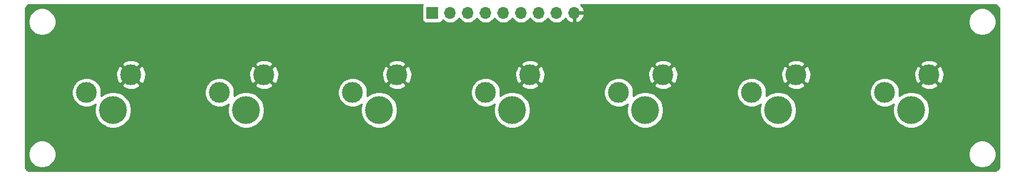
<source format=gbr>
%TF.GenerationSoftware,KiCad,Pcbnew,(5.1.9)-1*%
%TF.CreationDate,2021-05-15T10:40:31-04:00*%
%TF.ProjectId,LowerBar,4c6f7765-7242-4617-922e-6b696361645f,rev?*%
%TF.SameCoordinates,Original*%
%TF.FileFunction,Copper,L2,Bot*%
%TF.FilePolarity,Positive*%
%FSLAX46Y46*%
G04 Gerber Fmt 4.6, Leading zero omitted, Abs format (unit mm)*
G04 Created by KiCad (PCBNEW (5.1.9)-1) date 2021-05-15 10:40:31*
%MOMM*%
%LPD*%
G01*
G04 APERTURE LIST*
%TA.AperFunction,ComponentPad*%
%ADD10O,1.700000X1.700000*%
%TD*%
%TA.AperFunction,ComponentPad*%
%ADD11R,1.700000X1.700000*%
%TD*%
%TA.AperFunction,ComponentPad*%
%ADD12C,3.000000*%
%TD*%
%TA.AperFunction,ComponentPad*%
%ADD13C,4.000000*%
%TD*%
%TA.AperFunction,ViaPad*%
%ADD14C,0.800000*%
%TD*%
%TA.AperFunction,ViaPad*%
%ADD15C,1.000000*%
%TD*%
%TA.AperFunction,Conductor*%
%ADD16C,0.254000*%
%TD*%
%TA.AperFunction,Conductor*%
%ADD17C,0.100000*%
%TD*%
G04 APERTURE END LIST*
D10*
%TO.P,J2,9*%
%TO.N,/GND*%
X193040000Y-55880000D03*
%TO.P,J2,8*%
%TO.N,/SW24*%
X190500000Y-55880000D03*
%TO.P,J2,7*%
%TO.N,/SW23*%
X187960000Y-55880000D03*
%TO.P,J2,6*%
%TO.N,/SW22*%
X185420000Y-55880000D03*
%TO.P,J2,5*%
%TO.N,/SW21*%
X182880000Y-55880000D03*
%TO.P,J2,4*%
%TO.N,/SW20*%
X180340000Y-55880000D03*
%TO.P,J2,3*%
%TO.N,/SW19*%
X177800000Y-55880000D03*
%TO.P,J2,2*%
%TO.N,/SW18*%
X175260000Y-55880000D03*
D11*
%TO.P,J2,1*%
%TO.N,/LED*%
X172720000Y-55880000D03*
%TD*%
D12*
%TO.P,SW1,2*%
%TO.N,/GND*%
X129540000Y-64770000D03*
%TO.P,SW1,1*%
%TO.N,/SW18*%
X123190000Y-67310000D03*
D13*
%TO.P,SW1,3*%
%TO.N,N/C*%
X127000000Y-69850000D03*
%TD*%
%TO.P,SW2,3*%
%TO.N,N/C*%
X146050000Y-69850000D03*
D12*
%TO.P,SW2,1*%
%TO.N,/SW19*%
X142240000Y-67310000D03*
%TO.P,SW2,2*%
%TO.N,/GND*%
X148590000Y-64770000D03*
%TD*%
%TO.P,SW3,2*%
%TO.N,/GND*%
X167640000Y-64770000D03*
%TO.P,SW3,1*%
%TO.N,/SW20*%
X161290000Y-67310000D03*
D13*
%TO.P,SW3,3*%
%TO.N,N/C*%
X165100000Y-69850000D03*
%TD*%
%TO.P,SW4,3*%
%TO.N,N/C*%
X184150000Y-69850000D03*
D12*
%TO.P,SW4,1*%
%TO.N,/SW21*%
X180340000Y-67310000D03*
%TO.P,SW4,2*%
%TO.N,/GND*%
X186690000Y-64770000D03*
%TD*%
%TO.P,SW5,2*%
%TO.N,/GND*%
X205740000Y-64770000D03*
%TO.P,SW5,1*%
%TO.N,/SW22*%
X199390000Y-67310000D03*
D13*
%TO.P,SW5,3*%
%TO.N,N/C*%
X203200000Y-69850000D03*
%TD*%
%TO.P,SW6,3*%
%TO.N,N/C*%
X222250000Y-69850000D03*
D12*
%TO.P,SW6,1*%
%TO.N,/SW23*%
X218440000Y-67310000D03*
%TO.P,SW6,2*%
%TO.N,/GND*%
X224790000Y-64770000D03*
%TD*%
%TO.P,SW7,2*%
%TO.N,/GND*%
X243840000Y-64770000D03*
%TO.P,SW7,1*%
%TO.N,/SW24*%
X237490000Y-67310000D03*
D13*
%TO.P,SW7,3*%
%TO.N,N/C*%
X241300000Y-69850000D03*
%TD*%
D14*
%TO.N,/GND*%
X200660000Y-74930000D03*
D15*
X219710000Y-74930000D03*
X238760000Y-74930000D03*
X181610000Y-74930000D03*
X162560000Y-74930000D03*
X143510000Y-74930000D03*
X124460000Y-74930000D03*
%TD*%
D16*
%TO.N,/GND*%
X171280498Y-54785820D02*
X171244188Y-54905518D01*
X171231928Y-55030000D01*
X171231928Y-56730000D01*
X171244188Y-56854482D01*
X171280498Y-56974180D01*
X171339463Y-57084494D01*
X171418815Y-57181185D01*
X171515506Y-57260537D01*
X171625820Y-57319502D01*
X171745518Y-57355812D01*
X171870000Y-57368072D01*
X173570000Y-57368072D01*
X173694482Y-57355812D01*
X173814180Y-57319502D01*
X173924494Y-57260537D01*
X174021185Y-57181185D01*
X174100537Y-57084494D01*
X174159502Y-56974180D01*
X174181513Y-56901620D01*
X174313368Y-57033475D01*
X174556589Y-57195990D01*
X174826842Y-57307932D01*
X175113740Y-57365000D01*
X175406260Y-57365000D01*
X175693158Y-57307932D01*
X175963411Y-57195990D01*
X176206632Y-57033475D01*
X176413475Y-56826632D01*
X176530000Y-56652240D01*
X176646525Y-56826632D01*
X176853368Y-57033475D01*
X177096589Y-57195990D01*
X177366842Y-57307932D01*
X177653740Y-57365000D01*
X177946260Y-57365000D01*
X178233158Y-57307932D01*
X178503411Y-57195990D01*
X178746632Y-57033475D01*
X178953475Y-56826632D01*
X179070000Y-56652240D01*
X179186525Y-56826632D01*
X179393368Y-57033475D01*
X179636589Y-57195990D01*
X179906842Y-57307932D01*
X180193740Y-57365000D01*
X180486260Y-57365000D01*
X180773158Y-57307932D01*
X181043411Y-57195990D01*
X181286632Y-57033475D01*
X181493475Y-56826632D01*
X181610000Y-56652240D01*
X181726525Y-56826632D01*
X181933368Y-57033475D01*
X182176589Y-57195990D01*
X182446842Y-57307932D01*
X182733740Y-57365000D01*
X183026260Y-57365000D01*
X183313158Y-57307932D01*
X183583411Y-57195990D01*
X183826632Y-57033475D01*
X184033475Y-56826632D01*
X184150000Y-56652240D01*
X184266525Y-56826632D01*
X184473368Y-57033475D01*
X184716589Y-57195990D01*
X184986842Y-57307932D01*
X185273740Y-57365000D01*
X185566260Y-57365000D01*
X185853158Y-57307932D01*
X186123411Y-57195990D01*
X186366632Y-57033475D01*
X186573475Y-56826632D01*
X186690000Y-56652240D01*
X186806525Y-56826632D01*
X187013368Y-57033475D01*
X187256589Y-57195990D01*
X187526842Y-57307932D01*
X187813740Y-57365000D01*
X188106260Y-57365000D01*
X188393158Y-57307932D01*
X188663411Y-57195990D01*
X188906632Y-57033475D01*
X189113475Y-56826632D01*
X189230000Y-56652240D01*
X189346525Y-56826632D01*
X189553368Y-57033475D01*
X189796589Y-57195990D01*
X190066842Y-57307932D01*
X190353740Y-57365000D01*
X190646260Y-57365000D01*
X190933158Y-57307932D01*
X191203411Y-57195990D01*
X191446632Y-57033475D01*
X191653475Y-56826632D01*
X191775195Y-56644466D01*
X191844822Y-56761355D01*
X192039731Y-56977588D01*
X192273080Y-57151641D01*
X192535901Y-57276825D01*
X192683110Y-57321476D01*
X192913000Y-57200155D01*
X192913000Y-56007000D01*
X193167000Y-56007000D01*
X193167000Y-57200155D01*
X193396890Y-57321476D01*
X193544099Y-57276825D01*
X193806920Y-57151641D01*
X194040269Y-56977588D01*
X194061084Y-56954495D01*
X249475000Y-56954495D01*
X249475000Y-57345505D01*
X249551282Y-57729003D01*
X249700915Y-58090250D01*
X249918149Y-58415364D01*
X250194636Y-58691851D01*
X250519750Y-58909085D01*
X250880997Y-59058718D01*
X251264495Y-59135000D01*
X251655505Y-59135000D01*
X252039003Y-59058718D01*
X252400250Y-58909085D01*
X252725364Y-58691851D01*
X253001851Y-58415364D01*
X253219085Y-58090250D01*
X253368718Y-57729003D01*
X253445000Y-57345505D01*
X253445000Y-56954495D01*
X253368718Y-56570997D01*
X253219085Y-56209750D01*
X253001851Y-55884636D01*
X252725364Y-55608149D01*
X252400250Y-55390915D01*
X252039003Y-55241282D01*
X251655505Y-55165000D01*
X251264495Y-55165000D01*
X250880997Y-55241282D01*
X250519750Y-55390915D01*
X250194636Y-55608149D01*
X249918149Y-55884636D01*
X249700915Y-56209750D01*
X249551282Y-56570997D01*
X249475000Y-56954495D01*
X194061084Y-56954495D01*
X194235178Y-56761355D01*
X194384157Y-56511252D01*
X194481481Y-56236891D01*
X194360814Y-56007000D01*
X193167000Y-56007000D01*
X192913000Y-56007000D01*
X192893000Y-56007000D01*
X192893000Y-55753000D01*
X192913000Y-55753000D01*
X192913000Y-55733000D01*
X193167000Y-55733000D01*
X193167000Y-55753000D01*
X194360814Y-55753000D01*
X194481481Y-55523109D01*
X194384157Y-55248748D01*
X194235178Y-54998645D01*
X194040269Y-54782412D01*
X193979386Y-54737000D01*
X253416990Y-54737000D01*
X253659667Y-54934922D01*
X253873000Y-55192797D01*
X253873000Y-78156991D01*
X253675078Y-78399667D01*
X253417203Y-78613000D01*
X114883009Y-78613000D01*
X114640333Y-78415078D01*
X114427000Y-78157203D01*
X114427000Y-76004495D01*
X114855000Y-76004495D01*
X114855000Y-76395505D01*
X114931282Y-76779003D01*
X115080915Y-77140250D01*
X115298149Y-77465364D01*
X115574636Y-77741851D01*
X115899750Y-77959085D01*
X116260997Y-78108718D01*
X116644495Y-78185000D01*
X117035505Y-78185000D01*
X117419003Y-78108718D01*
X117780250Y-77959085D01*
X118105364Y-77741851D01*
X118381851Y-77465364D01*
X118599085Y-77140250D01*
X118748718Y-76779003D01*
X118825000Y-76395505D01*
X118825000Y-76004495D01*
X249475000Y-76004495D01*
X249475000Y-76395505D01*
X249551282Y-76779003D01*
X249700915Y-77140250D01*
X249918149Y-77465364D01*
X250194636Y-77741851D01*
X250519750Y-77959085D01*
X250880997Y-78108718D01*
X251264495Y-78185000D01*
X251655505Y-78185000D01*
X252039003Y-78108718D01*
X252400250Y-77959085D01*
X252725364Y-77741851D01*
X253001851Y-77465364D01*
X253219085Y-77140250D01*
X253368718Y-76779003D01*
X253445000Y-76395505D01*
X253445000Y-76004495D01*
X253368718Y-75620997D01*
X253219085Y-75259750D01*
X253001851Y-74934636D01*
X252725364Y-74658149D01*
X252400250Y-74440915D01*
X252039003Y-74291282D01*
X251655505Y-74215000D01*
X251264495Y-74215000D01*
X250880997Y-74291282D01*
X250519750Y-74440915D01*
X250194636Y-74658149D01*
X249918149Y-74934636D01*
X249700915Y-75259750D01*
X249551282Y-75620997D01*
X249475000Y-76004495D01*
X118825000Y-76004495D01*
X118748718Y-75620997D01*
X118599085Y-75259750D01*
X118381851Y-74934636D01*
X118105364Y-74658149D01*
X117780250Y-74440915D01*
X117419003Y-74291282D01*
X117035505Y-74215000D01*
X116644495Y-74215000D01*
X116260997Y-74291282D01*
X115899750Y-74440915D01*
X115574636Y-74658149D01*
X115298149Y-74934636D01*
X115080915Y-75259750D01*
X114931282Y-75620997D01*
X114855000Y-76004495D01*
X114427000Y-76004495D01*
X114427000Y-67099721D01*
X121055000Y-67099721D01*
X121055000Y-67520279D01*
X121137047Y-67932756D01*
X121297988Y-68321302D01*
X121531637Y-68670983D01*
X121829017Y-68968363D01*
X122178698Y-69202012D01*
X122567244Y-69362953D01*
X122979721Y-69445000D01*
X123400279Y-69445000D01*
X123812756Y-69362953D01*
X124201302Y-69202012D01*
X124498578Y-69003379D01*
X124466261Y-69081399D01*
X124365000Y-69590475D01*
X124365000Y-70109525D01*
X124466261Y-70618601D01*
X124664893Y-71098141D01*
X124953262Y-71529715D01*
X125320285Y-71896738D01*
X125751859Y-72185107D01*
X126231399Y-72383739D01*
X126740475Y-72485000D01*
X127259525Y-72485000D01*
X127768601Y-72383739D01*
X128248141Y-72185107D01*
X128679715Y-71896738D01*
X129046738Y-71529715D01*
X129335107Y-71098141D01*
X129533739Y-70618601D01*
X129635000Y-70109525D01*
X129635000Y-69590475D01*
X129533739Y-69081399D01*
X129335107Y-68601859D01*
X129046738Y-68170285D01*
X128679715Y-67803262D01*
X128248141Y-67514893D01*
X127768601Y-67316261D01*
X127259525Y-67215000D01*
X126740475Y-67215000D01*
X126231399Y-67316261D01*
X125751859Y-67514893D01*
X125320285Y-67803262D01*
X125255905Y-67867642D01*
X125325000Y-67520279D01*
X125325000Y-67099721D01*
X140105000Y-67099721D01*
X140105000Y-67520279D01*
X140187047Y-67932756D01*
X140347988Y-68321302D01*
X140581637Y-68670983D01*
X140879017Y-68968363D01*
X141228698Y-69202012D01*
X141617244Y-69362953D01*
X142029721Y-69445000D01*
X142450279Y-69445000D01*
X142862756Y-69362953D01*
X143251302Y-69202012D01*
X143548578Y-69003379D01*
X143516261Y-69081399D01*
X143415000Y-69590475D01*
X143415000Y-70109525D01*
X143516261Y-70618601D01*
X143714893Y-71098141D01*
X144003262Y-71529715D01*
X144370285Y-71896738D01*
X144801859Y-72185107D01*
X145281399Y-72383739D01*
X145790475Y-72485000D01*
X146309525Y-72485000D01*
X146818601Y-72383739D01*
X147298141Y-72185107D01*
X147729715Y-71896738D01*
X148096738Y-71529715D01*
X148385107Y-71098141D01*
X148583739Y-70618601D01*
X148685000Y-70109525D01*
X148685000Y-69590475D01*
X148583739Y-69081399D01*
X148385107Y-68601859D01*
X148096738Y-68170285D01*
X147729715Y-67803262D01*
X147298141Y-67514893D01*
X146818601Y-67316261D01*
X146309525Y-67215000D01*
X145790475Y-67215000D01*
X145281399Y-67316261D01*
X144801859Y-67514893D01*
X144370285Y-67803262D01*
X144305905Y-67867642D01*
X144375000Y-67520279D01*
X144375000Y-67099721D01*
X159155000Y-67099721D01*
X159155000Y-67520279D01*
X159237047Y-67932756D01*
X159397988Y-68321302D01*
X159631637Y-68670983D01*
X159929017Y-68968363D01*
X160278698Y-69202012D01*
X160667244Y-69362953D01*
X161079721Y-69445000D01*
X161500279Y-69445000D01*
X161912756Y-69362953D01*
X162301302Y-69202012D01*
X162598578Y-69003379D01*
X162566261Y-69081399D01*
X162465000Y-69590475D01*
X162465000Y-70109525D01*
X162566261Y-70618601D01*
X162764893Y-71098141D01*
X163053262Y-71529715D01*
X163420285Y-71896738D01*
X163851859Y-72185107D01*
X164331399Y-72383739D01*
X164840475Y-72485000D01*
X165359525Y-72485000D01*
X165868601Y-72383739D01*
X166348141Y-72185107D01*
X166779715Y-71896738D01*
X167146738Y-71529715D01*
X167435107Y-71098141D01*
X167633739Y-70618601D01*
X167735000Y-70109525D01*
X167735000Y-69590475D01*
X167633739Y-69081399D01*
X167435107Y-68601859D01*
X167146738Y-68170285D01*
X166779715Y-67803262D01*
X166348141Y-67514893D01*
X165868601Y-67316261D01*
X165359525Y-67215000D01*
X164840475Y-67215000D01*
X164331399Y-67316261D01*
X163851859Y-67514893D01*
X163420285Y-67803262D01*
X163355905Y-67867642D01*
X163425000Y-67520279D01*
X163425000Y-67099721D01*
X178205000Y-67099721D01*
X178205000Y-67520279D01*
X178287047Y-67932756D01*
X178447988Y-68321302D01*
X178681637Y-68670983D01*
X178979017Y-68968363D01*
X179328698Y-69202012D01*
X179717244Y-69362953D01*
X180129721Y-69445000D01*
X180550279Y-69445000D01*
X180962756Y-69362953D01*
X181351302Y-69202012D01*
X181648578Y-69003379D01*
X181616261Y-69081399D01*
X181515000Y-69590475D01*
X181515000Y-70109525D01*
X181616261Y-70618601D01*
X181814893Y-71098141D01*
X182103262Y-71529715D01*
X182470285Y-71896738D01*
X182901859Y-72185107D01*
X183381399Y-72383739D01*
X183890475Y-72485000D01*
X184409525Y-72485000D01*
X184918601Y-72383739D01*
X185398141Y-72185107D01*
X185829715Y-71896738D01*
X186196738Y-71529715D01*
X186485107Y-71098141D01*
X186683739Y-70618601D01*
X186785000Y-70109525D01*
X186785000Y-69590475D01*
X186683739Y-69081399D01*
X186485107Y-68601859D01*
X186196738Y-68170285D01*
X185829715Y-67803262D01*
X185398141Y-67514893D01*
X184918601Y-67316261D01*
X184409525Y-67215000D01*
X183890475Y-67215000D01*
X183381399Y-67316261D01*
X182901859Y-67514893D01*
X182470285Y-67803262D01*
X182405905Y-67867642D01*
X182475000Y-67520279D01*
X182475000Y-67099721D01*
X197255000Y-67099721D01*
X197255000Y-67520279D01*
X197337047Y-67932756D01*
X197497988Y-68321302D01*
X197731637Y-68670983D01*
X198029017Y-68968363D01*
X198378698Y-69202012D01*
X198767244Y-69362953D01*
X199179721Y-69445000D01*
X199600279Y-69445000D01*
X200012756Y-69362953D01*
X200401302Y-69202012D01*
X200698578Y-69003379D01*
X200666261Y-69081399D01*
X200565000Y-69590475D01*
X200565000Y-70109525D01*
X200666261Y-70618601D01*
X200864893Y-71098141D01*
X201153262Y-71529715D01*
X201520285Y-71896738D01*
X201951859Y-72185107D01*
X202431399Y-72383739D01*
X202940475Y-72485000D01*
X203459525Y-72485000D01*
X203968601Y-72383739D01*
X204448141Y-72185107D01*
X204879715Y-71896738D01*
X205246738Y-71529715D01*
X205535107Y-71098141D01*
X205733739Y-70618601D01*
X205835000Y-70109525D01*
X205835000Y-69590475D01*
X205733739Y-69081399D01*
X205535107Y-68601859D01*
X205246738Y-68170285D01*
X204879715Y-67803262D01*
X204448141Y-67514893D01*
X203968601Y-67316261D01*
X203459525Y-67215000D01*
X202940475Y-67215000D01*
X202431399Y-67316261D01*
X201951859Y-67514893D01*
X201520285Y-67803262D01*
X201455905Y-67867642D01*
X201525000Y-67520279D01*
X201525000Y-67099721D01*
X216305000Y-67099721D01*
X216305000Y-67520279D01*
X216387047Y-67932756D01*
X216547988Y-68321302D01*
X216781637Y-68670983D01*
X217079017Y-68968363D01*
X217428698Y-69202012D01*
X217817244Y-69362953D01*
X218229721Y-69445000D01*
X218650279Y-69445000D01*
X219062756Y-69362953D01*
X219451302Y-69202012D01*
X219748578Y-69003379D01*
X219716261Y-69081399D01*
X219615000Y-69590475D01*
X219615000Y-70109525D01*
X219716261Y-70618601D01*
X219914893Y-71098141D01*
X220203262Y-71529715D01*
X220570285Y-71896738D01*
X221001859Y-72185107D01*
X221481399Y-72383739D01*
X221990475Y-72485000D01*
X222509525Y-72485000D01*
X223018601Y-72383739D01*
X223498141Y-72185107D01*
X223929715Y-71896738D01*
X224296738Y-71529715D01*
X224585107Y-71098141D01*
X224783739Y-70618601D01*
X224885000Y-70109525D01*
X224885000Y-69590475D01*
X224783739Y-69081399D01*
X224585107Y-68601859D01*
X224296738Y-68170285D01*
X223929715Y-67803262D01*
X223498141Y-67514893D01*
X223018601Y-67316261D01*
X222509525Y-67215000D01*
X221990475Y-67215000D01*
X221481399Y-67316261D01*
X221001859Y-67514893D01*
X220570285Y-67803262D01*
X220505905Y-67867642D01*
X220575000Y-67520279D01*
X220575000Y-67099721D01*
X235355000Y-67099721D01*
X235355000Y-67520279D01*
X235437047Y-67932756D01*
X235597988Y-68321302D01*
X235831637Y-68670983D01*
X236129017Y-68968363D01*
X236478698Y-69202012D01*
X236867244Y-69362953D01*
X237279721Y-69445000D01*
X237700279Y-69445000D01*
X238112756Y-69362953D01*
X238501302Y-69202012D01*
X238798578Y-69003379D01*
X238766261Y-69081399D01*
X238665000Y-69590475D01*
X238665000Y-70109525D01*
X238766261Y-70618601D01*
X238964893Y-71098141D01*
X239253262Y-71529715D01*
X239620285Y-71896738D01*
X240051859Y-72185107D01*
X240531399Y-72383739D01*
X241040475Y-72485000D01*
X241559525Y-72485000D01*
X242068601Y-72383739D01*
X242548141Y-72185107D01*
X242979715Y-71896738D01*
X243346738Y-71529715D01*
X243635107Y-71098141D01*
X243833739Y-70618601D01*
X243935000Y-70109525D01*
X243935000Y-69590475D01*
X243833739Y-69081399D01*
X243635107Y-68601859D01*
X243346738Y-68170285D01*
X242979715Y-67803262D01*
X242548141Y-67514893D01*
X242068601Y-67316261D01*
X241559525Y-67215000D01*
X241040475Y-67215000D01*
X240531399Y-67316261D01*
X240051859Y-67514893D01*
X239620285Y-67803262D01*
X239555905Y-67867642D01*
X239625000Y-67520279D01*
X239625000Y-67099721D01*
X239542953Y-66687244D01*
X239382012Y-66298698D01*
X239357260Y-66261653D01*
X242527952Y-66261653D01*
X242683962Y-66577214D01*
X243058745Y-66768020D01*
X243463551Y-66882044D01*
X243882824Y-66914902D01*
X244300451Y-66865334D01*
X244700383Y-66735243D01*
X244996038Y-66577214D01*
X245152048Y-66261653D01*
X243840000Y-64949605D01*
X242527952Y-66261653D01*
X239357260Y-66261653D01*
X239148363Y-65949017D01*
X238850983Y-65651637D01*
X238501302Y-65417988D01*
X238112756Y-65257047D01*
X237700279Y-65175000D01*
X237279721Y-65175000D01*
X236867244Y-65257047D01*
X236478698Y-65417988D01*
X236129017Y-65651637D01*
X235831637Y-65949017D01*
X235597988Y-66298698D01*
X235437047Y-66687244D01*
X235355000Y-67099721D01*
X220575000Y-67099721D01*
X220492953Y-66687244D01*
X220332012Y-66298698D01*
X220307260Y-66261653D01*
X223477952Y-66261653D01*
X223633962Y-66577214D01*
X224008745Y-66768020D01*
X224413551Y-66882044D01*
X224832824Y-66914902D01*
X225250451Y-66865334D01*
X225650383Y-66735243D01*
X225946038Y-66577214D01*
X226102048Y-66261653D01*
X224790000Y-64949605D01*
X223477952Y-66261653D01*
X220307260Y-66261653D01*
X220098363Y-65949017D01*
X219800983Y-65651637D01*
X219451302Y-65417988D01*
X219062756Y-65257047D01*
X218650279Y-65175000D01*
X218229721Y-65175000D01*
X217817244Y-65257047D01*
X217428698Y-65417988D01*
X217079017Y-65651637D01*
X216781637Y-65949017D01*
X216547988Y-66298698D01*
X216387047Y-66687244D01*
X216305000Y-67099721D01*
X201525000Y-67099721D01*
X201442953Y-66687244D01*
X201282012Y-66298698D01*
X201257260Y-66261653D01*
X204427952Y-66261653D01*
X204583962Y-66577214D01*
X204958745Y-66768020D01*
X205363551Y-66882044D01*
X205782824Y-66914902D01*
X206200451Y-66865334D01*
X206600383Y-66735243D01*
X206896038Y-66577214D01*
X207052048Y-66261653D01*
X205740000Y-64949605D01*
X204427952Y-66261653D01*
X201257260Y-66261653D01*
X201048363Y-65949017D01*
X200750983Y-65651637D01*
X200401302Y-65417988D01*
X200012756Y-65257047D01*
X199600279Y-65175000D01*
X199179721Y-65175000D01*
X198767244Y-65257047D01*
X198378698Y-65417988D01*
X198029017Y-65651637D01*
X197731637Y-65949017D01*
X197497988Y-66298698D01*
X197337047Y-66687244D01*
X197255000Y-67099721D01*
X182475000Y-67099721D01*
X182392953Y-66687244D01*
X182232012Y-66298698D01*
X182207260Y-66261653D01*
X185377952Y-66261653D01*
X185533962Y-66577214D01*
X185908745Y-66768020D01*
X186313551Y-66882044D01*
X186732824Y-66914902D01*
X187150451Y-66865334D01*
X187550383Y-66735243D01*
X187846038Y-66577214D01*
X188002048Y-66261653D01*
X186690000Y-64949605D01*
X185377952Y-66261653D01*
X182207260Y-66261653D01*
X181998363Y-65949017D01*
X181700983Y-65651637D01*
X181351302Y-65417988D01*
X180962756Y-65257047D01*
X180550279Y-65175000D01*
X180129721Y-65175000D01*
X179717244Y-65257047D01*
X179328698Y-65417988D01*
X178979017Y-65651637D01*
X178681637Y-65949017D01*
X178447988Y-66298698D01*
X178287047Y-66687244D01*
X178205000Y-67099721D01*
X163425000Y-67099721D01*
X163342953Y-66687244D01*
X163182012Y-66298698D01*
X163157260Y-66261653D01*
X166327952Y-66261653D01*
X166483962Y-66577214D01*
X166858745Y-66768020D01*
X167263551Y-66882044D01*
X167682824Y-66914902D01*
X168100451Y-66865334D01*
X168500383Y-66735243D01*
X168796038Y-66577214D01*
X168952048Y-66261653D01*
X167640000Y-64949605D01*
X166327952Y-66261653D01*
X163157260Y-66261653D01*
X162948363Y-65949017D01*
X162650983Y-65651637D01*
X162301302Y-65417988D01*
X161912756Y-65257047D01*
X161500279Y-65175000D01*
X161079721Y-65175000D01*
X160667244Y-65257047D01*
X160278698Y-65417988D01*
X159929017Y-65651637D01*
X159631637Y-65949017D01*
X159397988Y-66298698D01*
X159237047Y-66687244D01*
X159155000Y-67099721D01*
X144375000Y-67099721D01*
X144292953Y-66687244D01*
X144132012Y-66298698D01*
X144107260Y-66261653D01*
X147277952Y-66261653D01*
X147433962Y-66577214D01*
X147808745Y-66768020D01*
X148213551Y-66882044D01*
X148632824Y-66914902D01*
X149050451Y-66865334D01*
X149450383Y-66735243D01*
X149746038Y-66577214D01*
X149902048Y-66261653D01*
X148590000Y-64949605D01*
X147277952Y-66261653D01*
X144107260Y-66261653D01*
X143898363Y-65949017D01*
X143600983Y-65651637D01*
X143251302Y-65417988D01*
X142862756Y-65257047D01*
X142450279Y-65175000D01*
X142029721Y-65175000D01*
X141617244Y-65257047D01*
X141228698Y-65417988D01*
X140879017Y-65651637D01*
X140581637Y-65949017D01*
X140347988Y-66298698D01*
X140187047Y-66687244D01*
X140105000Y-67099721D01*
X125325000Y-67099721D01*
X125242953Y-66687244D01*
X125082012Y-66298698D01*
X125057260Y-66261653D01*
X128227952Y-66261653D01*
X128383962Y-66577214D01*
X128758745Y-66768020D01*
X129163551Y-66882044D01*
X129582824Y-66914902D01*
X130000451Y-66865334D01*
X130400383Y-66735243D01*
X130696038Y-66577214D01*
X130852048Y-66261653D01*
X129540000Y-64949605D01*
X128227952Y-66261653D01*
X125057260Y-66261653D01*
X124848363Y-65949017D01*
X124550983Y-65651637D01*
X124201302Y-65417988D01*
X123812756Y-65257047D01*
X123400279Y-65175000D01*
X122979721Y-65175000D01*
X122567244Y-65257047D01*
X122178698Y-65417988D01*
X121829017Y-65651637D01*
X121531637Y-65949017D01*
X121297988Y-66298698D01*
X121137047Y-66687244D01*
X121055000Y-67099721D01*
X114427000Y-67099721D01*
X114427000Y-64812824D01*
X127395098Y-64812824D01*
X127444666Y-65230451D01*
X127574757Y-65630383D01*
X127732786Y-65926038D01*
X128048347Y-66082048D01*
X129360395Y-64770000D01*
X129719605Y-64770000D01*
X131031653Y-66082048D01*
X131347214Y-65926038D01*
X131538020Y-65551255D01*
X131652044Y-65146449D01*
X131678189Y-64812824D01*
X146445098Y-64812824D01*
X146494666Y-65230451D01*
X146624757Y-65630383D01*
X146782786Y-65926038D01*
X147098347Y-66082048D01*
X148410395Y-64770000D01*
X148769605Y-64770000D01*
X150081653Y-66082048D01*
X150397214Y-65926038D01*
X150588020Y-65551255D01*
X150702044Y-65146449D01*
X150728189Y-64812824D01*
X165495098Y-64812824D01*
X165544666Y-65230451D01*
X165674757Y-65630383D01*
X165832786Y-65926038D01*
X166148347Y-66082048D01*
X167460395Y-64770000D01*
X167819605Y-64770000D01*
X169131653Y-66082048D01*
X169447214Y-65926038D01*
X169638020Y-65551255D01*
X169752044Y-65146449D01*
X169778189Y-64812824D01*
X184545098Y-64812824D01*
X184594666Y-65230451D01*
X184724757Y-65630383D01*
X184882786Y-65926038D01*
X185198347Y-66082048D01*
X186510395Y-64770000D01*
X186869605Y-64770000D01*
X188181653Y-66082048D01*
X188497214Y-65926038D01*
X188688020Y-65551255D01*
X188802044Y-65146449D01*
X188828189Y-64812824D01*
X203595098Y-64812824D01*
X203644666Y-65230451D01*
X203774757Y-65630383D01*
X203932786Y-65926038D01*
X204248347Y-66082048D01*
X205560395Y-64770000D01*
X205919605Y-64770000D01*
X207231653Y-66082048D01*
X207547214Y-65926038D01*
X207738020Y-65551255D01*
X207852044Y-65146449D01*
X207878189Y-64812824D01*
X222645098Y-64812824D01*
X222694666Y-65230451D01*
X222824757Y-65630383D01*
X222982786Y-65926038D01*
X223298347Y-66082048D01*
X224610395Y-64770000D01*
X224969605Y-64770000D01*
X226281653Y-66082048D01*
X226597214Y-65926038D01*
X226788020Y-65551255D01*
X226902044Y-65146449D01*
X226928189Y-64812824D01*
X241695098Y-64812824D01*
X241744666Y-65230451D01*
X241874757Y-65630383D01*
X242032786Y-65926038D01*
X242348347Y-66082048D01*
X243660395Y-64770000D01*
X244019605Y-64770000D01*
X245331653Y-66082048D01*
X245647214Y-65926038D01*
X245838020Y-65551255D01*
X245952044Y-65146449D01*
X245984902Y-64727176D01*
X245935334Y-64309549D01*
X245805243Y-63909617D01*
X245647214Y-63613962D01*
X245331653Y-63457952D01*
X244019605Y-64770000D01*
X243660395Y-64770000D01*
X242348347Y-63457952D01*
X242032786Y-63613962D01*
X241841980Y-63988745D01*
X241727956Y-64393551D01*
X241695098Y-64812824D01*
X226928189Y-64812824D01*
X226934902Y-64727176D01*
X226885334Y-64309549D01*
X226755243Y-63909617D01*
X226597214Y-63613962D01*
X226281653Y-63457952D01*
X224969605Y-64770000D01*
X224610395Y-64770000D01*
X223298347Y-63457952D01*
X222982786Y-63613962D01*
X222791980Y-63988745D01*
X222677956Y-64393551D01*
X222645098Y-64812824D01*
X207878189Y-64812824D01*
X207884902Y-64727176D01*
X207835334Y-64309549D01*
X207705243Y-63909617D01*
X207547214Y-63613962D01*
X207231653Y-63457952D01*
X205919605Y-64770000D01*
X205560395Y-64770000D01*
X204248347Y-63457952D01*
X203932786Y-63613962D01*
X203741980Y-63988745D01*
X203627956Y-64393551D01*
X203595098Y-64812824D01*
X188828189Y-64812824D01*
X188834902Y-64727176D01*
X188785334Y-64309549D01*
X188655243Y-63909617D01*
X188497214Y-63613962D01*
X188181653Y-63457952D01*
X186869605Y-64770000D01*
X186510395Y-64770000D01*
X185198347Y-63457952D01*
X184882786Y-63613962D01*
X184691980Y-63988745D01*
X184577956Y-64393551D01*
X184545098Y-64812824D01*
X169778189Y-64812824D01*
X169784902Y-64727176D01*
X169735334Y-64309549D01*
X169605243Y-63909617D01*
X169447214Y-63613962D01*
X169131653Y-63457952D01*
X167819605Y-64770000D01*
X167460395Y-64770000D01*
X166148347Y-63457952D01*
X165832786Y-63613962D01*
X165641980Y-63988745D01*
X165527956Y-64393551D01*
X165495098Y-64812824D01*
X150728189Y-64812824D01*
X150734902Y-64727176D01*
X150685334Y-64309549D01*
X150555243Y-63909617D01*
X150397214Y-63613962D01*
X150081653Y-63457952D01*
X148769605Y-64770000D01*
X148410395Y-64770000D01*
X147098347Y-63457952D01*
X146782786Y-63613962D01*
X146591980Y-63988745D01*
X146477956Y-64393551D01*
X146445098Y-64812824D01*
X131678189Y-64812824D01*
X131684902Y-64727176D01*
X131635334Y-64309549D01*
X131505243Y-63909617D01*
X131347214Y-63613962D01*
X131031653Y-63457952D01*
X129719605Y-64770000D01*
X129360395Y-64770000D01*
X128048347Y-63457952D01*
X127732786Y-63613962D01*
X127541980Y-63988745D01*
X127427956Y-64393551D01*
X127395098Y-64812824D01*
X114427000Y-64812824D01*
X114427000Y-63278347D01*
X128227952Y-63278347D01*
X129540000Y-64590395D01*
X130852048Y-63278347D01*
X147277952Y-63278347D01*
X148590000Y-64590395D01*
X149902048Y-63278347D01*
X166327952Y-63278347D01*
X167640000Y-64590395D01*
X168952048Y-63278347D01*
X185377952Y-63278347D01*
X186690000Y-64590395D01*
X188002048Y-63278347D01*
X204427952Y-63278347D01*
X205740000Y-64590395D01*
X207052048Y-63278347D01*
X223477952Y-63278347D01*
X224790000Y-64590395D01*
X226102048Y-63278347D01*
X242527952Y-63278347D01*
X243840000Y-64590395D01*
X245152048Y-63278347D01*
X244996038Y-62962786D01*
X244621255Y-62771980D01*
X244216449Y-62657956D01*
X243797176Y-62625098D01*
X243379549Y-62674666D01*
X242979617Y-62804757D01*
X242683962Y-62962786D01*
X242527952Y-63278347D01*
X226102048Y-63278347D01*
X225946038Y-62962786D01*
X225571255Y-62771980D01*
X225166449Y-62657956D01*
X224747176Y-62625098D01*
X224329549Y-62674666D01*
X223929617Y-62804757D01*
X223633962Y-62962786D01*
X223477952Y-63278347D01*
X207052048Y-63278347D01*
X206896038Y-62962786D01*
X206521255Y-62771980D01*
X206116449Y-62657956D01*
X205697176Y-62625098D01*
X205279549Y-62674666D01*
X204879617Y-62804757D01*
X204583962Y-62962786D01*
X204427952Y-63278347D01*
X188002048Y-63278347D01*
X187846038Y-62962786D01*
X187471255Y-62771980D01*
X187066449Y-62657956D01*
X186647176Y-62625098D01*
X186229549Y-62674666D01*
X185829617Y-62804757D01*
X185533962Y-62962786D01*
X185377952Y-63278347D01*
X168952048Y-63278347D01*
X168796038Y-62962786D01*
X168421255Y-62771980D01*
X168016449Y-62657956D01*
X167597176Y-62625098D01*
X167179549Y-62674666D01*
X166779617Y-62804757D01*
X166483962Y-62962786D01*
X166327952Y-63278347D01*
X149902048Y-63278347D01*
X149746038Y-62962786D01*
X149371255Y-62771980D01*
X148966449Y-62657956D01*
X148547176Y-62625098D01*
X148129549Y-62674666D01*
X147729617Y-62804757D01*
X147433962Y-62962786D01*
X147277952Y-63278347D01*
X130852048Y-63278347D01*
X130696038Y-62962786D01*
X130321255Y-62771980D01*
X129916449Y-62657956D01*
X129497176Y-62625098D01*
X129079549Y-62674666D01*
X128679617Y-62804757D01*
X128383962Y-62962786D01*
X128227952Y-63278347D01*
X114427000Y-63278347D01*
X114427000Y-56954495D01*
X114855000Y-56954495D01*
X114855000Y-57345505D01*
X114931282Y-57729003D01*
X115080915Y-58090250D01*
X115298149Y-58415364D01*
X115574636Y-58691851D01*
X115899750Y-58909085D01*
X116260997Y-59058718D01*
X116644495Y-59135000D01*
X117035505Y-59135000D01*
X117419003Y-59058718D01*
X117780250Y-58909085D01*
X118105364Y-58691851D01*
X118381851Y-58415364D01*
X118599085Y-58090250D01*
X118748718Y-57729003D01*
X118825000Y-57345505D01*
X118825000Y-56954495D01*
X118748718Y-56570997D01*
X118599085Y-56209750D01*
X118381851Y-55884636D01*
X118105364Y-55608149D01*
X117780250Y-55390915D01*
X117419003Y-55241282D01*
X117035505Y-55165000D01*
X116644495Y-55165000D01*
X116260997Y-55241282D01*
X115899750Y-55390915D01*
X115574636Y-55608149D01*
X115298149Y-55884636D01*
X115080915Y-56209750D01*
X114931282Y-56570997D01*
X114855000Y-56954495D01*
X114427000Y-56954495D01*
X114427000Y-55193010D01*
X114624922Y-54950333D01*
X114882797Y-54737000D01*
X171306593Y-54737000D01*
X171280498Y-54785820D01*
%TA.AperFunction,Conductor*%
D17*
G36*
X171280498Y-54785820D02*
G01*
X171244188Y-54905518D01*
X171231928Y-55030000D01*
X171231928Y-56730000D01*
X171244188Y-56854482D01*
X171280498Y-56974180D01*
X171339463Y-57084494D01*
X171418815Y-57181185D01*
X171515506Y-57260537D01*
X171625820Y-57319502D01*
X171745518Y-57355812D01*
X171870000Y-57368072D01*
X173570000Y-57368072D01*
X173694482Y-57355812D01*
X173814180Y-57319502D01*
X173924494Y-57260537D01*
X174021185Y-57181185D01*
X174100537Y-57084494D01*
X174159502Y-56974180D01*
X174181513Y-56901620D01*
X174313368Y-57033475D01*
X174556589Y-57195990D01*
X174826842Y-57307932D01*
X175113740Y-57365000D01*
X175406260Y-57365000D01*
X175693158Y-57307932D01*
X175963411Y-57195990D01*
X176206632Y-57033475D01*
X176413475Y-56826632D01*
X176530000Y-56652240D01*
X176646525Y-56826632D01*
X176853368Y-57033475D01*
X177096589Y-57195990D01*
X177366842Y-57307932D01*
X177653740Y-57365000D01*
X177946260Y-57365000D01*
X178233158Y-57307932D01*
X178503411Y-57195990D01*
X178746632Y-57033475D01*
X178953475Y-56826632D01*
X179070000Y-56652240D01*
X179186525Y-56826632D01*
X179393368Y-57033475D01*
X179636589Y-57195990D01*
X179906842Y-57307932D01*
X180193740Y-57365000D01*
X180486260Y-57365000D01*
X180773158Y-57307932D01*
X181043411Y-57195990D01*
X181286632Y-57033475D01*
X181493475Y-56826632D01*
X181610000Y-56652240D01*
X181726525Y-56826632D01*
X181933368Y-57033475D01*
X182176589Y-57195990D01*
X182446842Y-57307932D01*
X182733740Y-57365000D01*
X183026260Y-57365000D01*
X183313158Y-57307932D01*
X183583411Y-57195990D01*
X183826632Y-57033475D01*
X184033475Y-56826632D01*
X184150000Y-56652240D01*
X184266525Y-56826632D01*
X184473368Y-57033475D01*
X184716589Y-57195990D01*
X184986842Y-57307932D01*
X185273740Y-57365000D01*
X185566260Y-57365000D01*
X185853158Y-57307932D01*
X186123411Y-57195990D01*
X186366632Y-57033475D01*
X186573475Y-56826632D01*
X186690000Y-56652240D01*
X186806525Y-56826632D01*
X187013368Y-57033475D01*
X187256589Y-57195990D01*
X187526842Y-57307932D01*
X187813740Y-57365000D01*
X188106260Y-57365000D01*
X188393158Y-57307932D01*
X188663411Y-57195990D01*
X188906632Y-57033475D01*
X189113475Y-56826632D01*
X189230000Y-56652240D01*
X189346525Y-56826632D01*
X189553368Y-57033475D01*
X189796589Y-57195990D01*
X190066842Y-57307932D01*
X190353740Y-57365000D01*
X190646260Y-57365000D01*
X190933158Y-57307932D01*
X191203411Y-57195990D01*
X191446632Y-57033475D01*
X191653475Y-56826632D01*
X191775195Y-56644466D01*
X191844822Y-56761355D01*
X192039731Y-56977588D01*
X192273080Y-57151641D01*
X192535901Y-57276825D01*
X192683110Y-57321476D01*
X192913000Y-57200155D01*
X192913000Y-56007000D01*
X193167000Y-56007000D01*
X193167000Y-57200155D01*
X193396890Y-57321476D01*
X193544099Y-57276825D01*
X193806920Y-57151641D01*
X194040269Y-56977588D01*
X194061084Y-56954495D01*
X249475000Y-56954495D01*
X249475000Y-57345505D01*
X249551282Y-57729003D01*
X249700915Y-58090250D01*
X249918149Y-58415364D01*
X250194636Y-58691851D01*
X250519750Y-58909085D01*
X250880997Y-59058718D01*
X251264495Y-59135000D01*
X251655505Y-59135000D01*
X252039003Y-59058718D01*
X252400250Y-58909085D01*
X252725364Y-58691851D01*
X253001851Y-58415364D01*
X253219085Y-58090250D01*
X253368718Y-57729003D01*
X253445000Y-57345505D01*
X253445000Y-56954495D01*
X253368718Y-56570997D01*
X253219085Y-56209750D01*
X253001851Y-55884636D01*
X252725364Y-55608149D01*
X252400250Y-55390915D01*
X252039003Y-55241282D01*
X251655505Y-55165000D01*
X251264495Y-55165000D01*
X250880997Y-55241282D01*
X250519750Y-55390915D01*
X250194636Y-55608149D01*
X249918149Y-55884636D01*
X249700915Y-56209750D01*
X249551282Y-56570997D01*
X249475000Y-56954495D01*
X194061084Y-56954495D01*
X194235178Y-56761355D01*
X194384157Y-56511252D01*
X194481481Y-56236891D01*
X194360814Y-56007000D01*
X193167000Y-56007000D01*
X192913000Y-56007000D01*
X192893000Y-56007000D01*
X192893000Y-55753000D01*
X192913000Y-55753000D01*
X192913000Y-55733000D01*
X193167000Y-55733000D01*
X193167000Y-55753000D01*
X194360814Y-55753000D01*
X194481481Y-55523109D01*
X194384157Y-55248748D01*
X194235178Y-54998645D01*
X194040269Y-54782412D01*
X193979386Y-54737000D01*
X253416990Y-54737000D01*
X253659667Y-54934922D01*
X253873000Y-55192797D01*
X253873000Y-78156991D01*
X253675078Y-78399667D01*
X253417203Y-78613000D01*
X114883009Y-78613000D01*
X114640333Y-78415078D01*
X114427000Y-78157203D01*
X114427000Y-76004495D01*
X114855000Y-76004495D01*
X114855000Y-76395505D01*
X114931282Y-76779003D01*
X115080915Y-77140250D01*
X115298149Y-77465364D01*
X115574636Y-77741851D01*
X115899750Y-77959085D01*
X116260997Y-78108718D01*
X116644495Y-78185000D01*
X117035505Y-78185000D01*
X117419003Y-78108718D01*
X117780250Y-77959085D01*
X118105364Y-77741851D01*
X118381851Y-77465364D01*
X118599085Y-77140250D01*
X118748718Y-76779003D01*
X118825000Y-76395505D01*
X118825000Y-76004495D01*
X249475000Y-76004495D01*
X249475000Y-76395505D01*
X249551282Y-76779003D01*
X249700915Y-77140250D01*
X249918149Y-77465364D01*
X250194636Y-77741851D01*
X250519750Y-77959085D01*
X250880997Y-78108718D01*
X251264495Y-78185000D01*
X251655505Y-78185000D01*
X252039003Y-78108718D01*
X252400250Y-77959085D01*
X252725364Y-77741851D01*
X253001851Y-77465364D01*
X253219085Y-77140250D01*
X253368718Y-76779003D01*
X253445000Y-76395505D01*
X253445000Y-76004495D01*
X253368718Y-75620997D01*
X253219085Y-75259750D01*
X253001851Y-74934636D01*
X252725364Y-74658149D01*
X252400250Y-74440915D01*
X252039003Y-74291282D01*
X251655505Y-74215000D01*
X251264495Y-74215000D01*
X250880997Y-74291282D01*
X250519750Y-74440915D01*
X250194636Y-74658149D01*
X249918149Y-74934636D01*
X249700915Y-75259750D01*
X249551282Y-75620997D01*
X249475000Y-76004495D01*
X118825000Y-76004495D01*
X118748718Y-75620997D01*
X118599085Y-75259750D01*
X118381851Y-74934636D01*
X118105364Y-74658149D01*
X117780250Y-74440915D01*
X117419003Y-74291282D01*
X117035505Y-74215000D01*
X116644495Y-74215000D01*
X116260997Y-74291282D01*
X115899750Y-74440915D01*
X115574636Y-74658149D01*
X115298149Y-74934636D01*
X115080915Y-75259750D01*
X114931282Y-75620997D01*
X114855000Y-76004495D01*
X114427000Y-76004495D01*
X114427000Y-67099721D01*
X121055000Y-67099721D01*
X121055000Y-67520279D01*
X121137047Y-67932756D01*
X121297988Y-68321302D01*
X121531637Y-68670983D01*
X121829017Y-68968363D01*
X122178698Y-69202012D01*
X122567244Y-69362953D01*
X122979721Y-69445000D01*
X123400279Y-69445000D01*
X123812756Y-69362953D01*
X124201302Y-69202012D01*
X124498578Y-69003379D01*
X124466261Y-69081399D01*
X124365000Y-69590475D01*
X124365000Y-70109525D01*
X124466261Y-70618601D01*
X124664893Y-71098141D01*
X124953262Y-71529715D01*
X125320285Y-71896738D01*
X125751859Y-72185107D01*
X126231399Y-72383739D01*
X126740475Y-72485000D01*
X127259525Y-72485000D01*
X127768601Y-72383739D01*
X128248141Y-72185107D01*
X128679715Y-71896738D01*
X129046738Y-71529715D01*
X129335107Y-71098141D01*
X129533739Y-70618601D01*
X129635000Y-70109525D01*
X129635000Y-69590475D01*
X129533739Y-69081399D01*
X129335107Y-68601859D01*
X129046738Y-68170285D01*
X128679715Y-67803262D01*
X128248141Y-67514893D01*
X127768601Y-67316261D01*
X127259525Y-67215000D01*
X126740475Y-67215000D01*
X126231399Y-67316261D01*
X125751859Y-67514893D01*
X125320285Y-67803262D01*
X125255905Y-67867642D01*
X125325000Y-67520279D01*
X125325000Y-67099721D01*
X140105000Y-67099721D01*
X140105000Y-67520279D01*
X140187047Y-67932756D01*
X140347988Y-68321302D01*
X140581637Y-68670983D01*
X140879017Y-68968363D01*
X141228698Y-69202012D01*
X141617244Y-69362953D01*
X142029721Y-69445000D01*
X142450279Y-69445000D01*
X142862756Y-69362953D01*
X143251302Y-69202012D01*
X143548578Y-69003379D01*
X143516261Y-69081399D01*
X143415000Y-69590475D01*
X143415000Y-70109525D01*
X143516261Y-70618601D01*
X143714893Y-71098141D01*
X144003262Y-71529715D01*
X144370285Y-71896738D01*
X144801859Y-72185107D01*
X145281399Y-72383739D01*
X145790475Y-72485000D01*
X146309525Y-72485000D01*
X146818601Y-72383739D01*
X147298141Y-72185107D01*
X147729715Y-71896738D01*
X148096738Y-71529715D01*
X148385107Y-71098141D01*
X148583739Y-70618601D01*
X148685000Y-70109525D01*
X148685000Y-69590475D01*
X148583739Y-69081399D01*
X148385107Y-68601859D01*
X148096738Y-68170285D01*
X147729715Y-67803262D01*
X147298141Y-67514893D01*
X146818601Y-67316261D01*
X146309525Y-67215000D01*
X145790475Y-67215000D01*
X145281399Y-67316261D01*
X144801859Y-67514893D01*
X144370285Y-67803262D01*
X144305905Y-67867642D01*
X144375000Y-67520279D01*
X144375000Y-67099721D01*
X159155000Y-67099721D01*
X159155000Y-67520279D01*
X159237047Y-67932756D01*
X159397988Y-68321302D01*
X159631637Y-68670983D01*
X159929017Y-68968363D01*
X160278698Y-69202012D01*
X160667244Y-69362953D01*
X161079721Y-69445000D01*
X161500279Y-69445000D01*
X161912756Y-69362953D01*
X162301302Y-69202012D01*
X162598578Y-69003379D01*
X162566261Y-69081399D01*
X162465000Y-69590475D01*
X162465000Y-70109525D01*
X162566261Y-70618601D01*
X162764893Y-71098141D01*
X163053262Y-71529715D01*
X163420285Y-71896738D01*
X163851859Y-72185107D01*
X164331399Y-72383739D01*
X164840475Y-72485000D01*
X165359525Y-72485000D01*
X165868601Y-72383739D01*
X166348141Y-72185107D01*
X166779715Y-71896738D01*
X167146738Y-71529715D01*
X167435107Y-71098141D01*
X167633739Y-70618601D01*
X167735000Y-70109525D01*
X167735000Y-69590475D01*
X167633739Y-69081399D01*
X167435107Y-68601859D01*
X167146738Y-68170285D01*
X166779715Y-67803262D01*
X166348141Y-67514893D01*
X165868601Y-67316261D01*
X165359525Y-67215000D01*
X164840475Y-67215000D01*
X164331399Y-67316261D01*
X163851859Y-67514893D01*
X163420285Y-67803262D01*
X163355905Y-67867642D01*
X163425000Y-67520279D01*
X163425000Y-67099721D01*
X178205000Y-67099721D01*
X178205000Y-67520279D01*
X178287047Y-67932756D01*
X178447988Y-68321302D01*
X178681637Y-68670983D01*
X178979017Y-68968363D01*
X179328698Y-69202012D01*
X179717244Y-69362953D01*
X180129721Y-69445000D01*
X180550279Y-69445000D01*
X180962756Y-69362953D01*
X181351302Y-69202012D01*
X181648578Y-69003379D01*
X181616261Y-69081399D01*
X181515000Y-69590475D01*
X181515000Y-70109525D01*
X181616261Y-70618601D01*
X181814893Y-71098141D01*
X182103262Y-71529715D01*
X182470285Y-71896738D01*
X182901859Y-72185107D01*
X183381399Y-72383739D01*
X183890475Y-72485000D01*
X184409525Y-72485000D01*
X184918601Y-72383739D01*
X185398141Y-72185107D01*
X185829715Y-71896738D01*
X186196738Y-71529715D01*
X186485107Y-71098141D01*
X186683739Y-70618601D01*
X186785000Y-70109525D01*
X186785000Y-69590475D01*
X186683739Y-69081399D01*
X186485107Y-68601859D01*
X186196738Y-68170285D01*
X185829715Y-67803262D01*
X185398141Y-67514893D01*
X184918601Y-67316261D01*
X184409525Y-67215000D01*
X183890475Y-67215000D01*
X183381399Y-67316261D01*
X182901859Y-67514893D01*
X182470285Y-67803262D01*
X182405905Y-67867642D01*
X182475000Y-67520279D01*
X182475000Y-67099721D01*
X197255000Y-67099721D01*
X197255000Y-67520279D01*
X197337047Y-67932756D01*
X197497988Y-68321302D01*
X197731637Y-68670983D01*
X198029017Y-68968363D01*
X198378698Y-69202012D01*
X198767244Y-69362953D01*
X199179721Y-69445000D01*
X199600279Y-69445000D01*
X200012756Y-69362953D01*
X200401302Y-69202012D01*
X200698578Y-69003379D01*
X200666261Y-69081399D01*
X200565000Y-69590475D01*
X200565000Y-70109525D01*
X200666261Y-70618601D01*
X200864893Y-71098141D01*
X201153262Y-71529715D01*
X201520285Y-71896738D01*
X201951859Y-72185107D01*
X202431399Y-72383739D01*
X202940475Y-72485000D01*
X203459525Y-72485000D01*
X203968601Y-72383739D01*
X204448141Y-72185107D01*
X204879715Y-71896738D01*
X205246738Y-71529715D01*
X205535107Y-71098141D01*
X205733739Y-70618601D01*
X205835000Y-70109525D01*
X205835000Y-69590475D01*
X205733739Y-69081399D01*
X205535107Y-68601859D01*
X205246738Y-68170285D01*
X204879715Y-67803262D01*
X204448141Y-67514893D01*
X203968601Y-67316261D01*
X203459525Y-67215000D01*
X202940475Y-67215000D01*
X202431399Y-67316261D01*
X201951859Y-67514893D01*
X201520285Y-67803262D01*
X201455905Y-67867642D01*
X201525000Y-67520279D01*
X201525000Y-67099721D01*
X216305000Y-67099721D01*
X216305000Y-67520279D01*
X216387047Y-67932756D01*
X216547988Y-68321302D01*
X216781637Y-68670983D01*
X217079017Y-68968363D01*
X217428698Y-69202012D01*
X217817244Y-69362953D01*
X218229721Y-69445000D01*
X218650279Y-69445000D01*
X219062756Y-69362953D01*
X219451302Y-69202012D01*
X219748578Y-69003379D01*
X219716261Y-69081399D01*
X219615000Y-69590475D01*
X219615000Y-70109525D01*
X219716261Y-70618601D01*
X219914893Y-71098141D01*
X220203262Y-71529715D01*
X220570285Y-71896738D01*
X221001859Y-72185107D01*
X221481399Y-72383739D01*
X221990475Y-72485000D01*
X222509525Y-72485000D01*
X223018601Y-72383739D01*
X223498141Y-72185107D01*
X223929715Y-71896738D01*
X224296738Y-71529715D01*
X224585107Y-71098141D01*
X224783739Y-70618601D01*
X224885000Y-70109525D01*
X224885000Y-69590475D01*
X224783739Y-69081399D01*
X224585107Y-68601859D01*
X224296738Y-68170285D01*
X223929715Y-67803262D01*
X223498141Y-67514893D01*
X223018601Y-67316261D01*
X222509525Y-67215000D01*
X221990475Y-67215000D01*
X221481399Y-67316261D01*
X221001859Y-67514893D01*
X220570285Y-67803262D01*
X220505905Y-67867642D01*
X220575000Y-67520279D01*
X220575000Y-67099721D01*
X235355000Y-67099721D01*
X235355000Y-67520279D01*
X235437047Y-67932756D01*
X235597988Y-68321302D01*
X235831637Y-68670983D01*
X236129017Y-68968363D01*
X236478698Y-69202012D01*
X236867244Y-69362953D01*
X237279721Y-69445000D01*
X237700279Y-69445000D01*
X238112756Y-69362953D01*
X238501302Y-69202012D01*
X238798578Y-69003379D01*
X238766261Y-69081399D01*
X238665000Y-69590475D01*
X238665000Y-70109525D01*
X238766261Y-70618601D01*
X238964893Y-71098141D01*
X239253262Y-71529715D01*
X239620285Y-71896738D01*
X240051859Y-72185107D01*
X240531399Y-72383739D01*
X241040475Y-72485000D01*
X241559525Y-72485000D01*
X242068601Y-72383739D01*
X242548141Y-72185107D01*
X242979715Y-71896738D01*
X243346738Y-71529715D01*
X243635107Y-71098141D01*
X243833739Y-70618601D01*
X243935000Y-70109525D01*
X243935000Y-69590475D01*
X243833739Y-69081399D01*
X243635107Y-68601859D01*
X243346738Y-68170285D01*
X242979715Y-67803262D01*
X242548141Y-67514893D01*
X242068601Y-67316261D01*
X241559525Y-67215000D01*
X241040475Y-67215000D01*
X240531399Y-67316261D01*
X240051859Y-67514893D01*
X239620285Y-67803262D01*
X239555905Y-67867642D01*
X239625000Y-67520279D01*
X239625000Y-67099721D01*
X239542953Y-66687244D01*
X239382012Y-66298698D01*
X239357260Y-66261653D01*
X242527952Y-66261653D01*
X242683962Y-66577214D01*
X243058745Y-66768020D01*
X243463551Y-66882044D01*
X243882824Y-66914902D01*
X244300451Y-66865334D01*
X244700383Y-66735243D01*
X244996038Y-66577214D01*
X245152048Y-66261653D01*
X243840000Y-64949605D01*
X242527952Y-66261653D01*
X239357260Y-66261653D01*
X239148363Y-65949017D01*
X238850983Y-65651637D01*
X238501302Y-65417988D01*
X238112756Y-65257047D01*
X237700279Y-65175000D01*
X237279721Y-65175000D01*
X236867244Y-65257047D01*
X236478698Y-65417988D01*
X236129017Y-65651637D01*
X235831637Y-65949017D01*
X235597988Y-66298698D01*
X235437047Y-66687244D01*
X235355000Y-67099721D01*
X220575000Y-67099721D01*
X220492953Y-66687244D01*
X220332012Y-66298698D01*
X220307260Y-66261653D01*
X223477952Y-66261653D01*
X223633962Y-66577214D01*
X224008745Y-66768020D01*
X224413551Y-66882044D01*
X224832824Y-66914902D01*
X225250451Y-66865334D01*
X225650383Y-66735243D01*
X225946038Y-66577214D01*
X226102048Y-66261653D01*
X224790000Y-64949605D01*
X223477952Y-66261653D01*
X220307260Y-66261653D01*
X220098363Y-65949017D01*
X219800983Y-65651637D01*
X219451302Y-65417988D01*
X219062756Y-65257047D01*
X218650279Y-65175000D01*
X218229721Y-65175000D01*
X217817244Y-65257047D01*
X217428698Y-65417988D01*
X217079017Y-65651637D01*
X216781637Y-65949017D01*
X216547988Y-66298698D01*
X216387047Y-66687244D01*
X216305000Y-67099721D01*
X201525000Y-67099721D01*
X201442953Y-66687244D01*
X201282012Y-66298698D01*
X201257260Y-66261653D01*
X204427952Y-66261653D01*
X204583962Y-66577214D01*
X204958745Y-66768020D01*
X205363551Y-66882044D01*
X205782824Y-66914902D01*
X206200451Y-66865334D01*
X206600383Y-66735243D01*
X206896038Y-66577214D01*
X207052048Y-66261653D01*
X205740000Y-64949605D01*
X204427952Y-66261653D01*
X201257260Y-66261653D01*
X201048363Y-65949017D01*
X200750983Y-65651637D01*
X200401302Y-65417988D01*
X200012756Y-65257047D01*
X199600279Y-65175000D01*
X199179721Y-65175000D01*
X198767244Y-65257047D01*
X198378698Y-65417988D01*
X198029017Y-65651637D01*
X197731637Y-65949017D01*
X197497988Y-66298698D01*
X197337047Y-66687244D01*
X197255000Y-67099721D01*
X182475000Y-67099721D01*
X182392953Y-66687244D01*
X182232012Y-66298698D01*
X182207260Y-66261653D01*
X185377952Y-66261653D01*
X185533962Y-66577214D01*
X185908745Y-66768020D01*
X186313551Y-66882044D01*
X186732824Y-66914902D01*
X187150451Y-66865334D01*
X187550383Y-66735243D01*
X187846038Y-66577214D01*
X188002048Y-66261653D01*
X186690000Y-64949605D01*
X185377952Y-66261653D01*
X182207260Y-66261653D01*
X181998363Y-65949017D01*
X181700983Y-65651637D01*
X181351302Y-65417988D01*
X180962756Y-65257047D01*
X180550279Y-65175000D01*
X180129721Y-65175000D01*
X179717244Y-65257047D01*
X179328698Y-65417988D01*
X178979017Y-65651637D01*
X178681637Y-65949017D01*
X178447988Y-66298698D01*
X178287047Y-66687244D01*
X178205000Y-67099721D01*
X163425000Y-67099721D01*
X163342953Y-66687244D01*
X163182012Y-66298698D01*
X163157260Y-66261653D01*
X166327952Y-66261653D01*
X166483962Y-66577214D01*
X166858745Y-66768020D01*
X167263551Y-66882044D01*
X167682824Y-66914902D01*
X168100451Y-66865334D01*
X168500383Y-66735243D01*
X168796038Y-66577214D01*
X168952048Y-66261653D01*
X167640000Y-64949605D01*
X166327952Y-66261653D01*
X163157260Y-66261653D01*
X162948363Y-65949017D01*
X162650983Y-65651637D01*
X162301302Y-65417988D01*
X161912756Y-65257047D01*
X161500279Y-65175000D01*
X161079721Y-65175000D01*
X160667244Y-65257047D01*
X160278698Y-65417988D01*
X159929017Y-65651637D01*
X159631637Y-65949017D01*
X159397988Y-66298698D01*
X159237047Y-66687244D01*
X159155000Y-67099721D01*
X144375000Y-67099721D01*
X144292953Y-66687244D01*
X144132012Y-66298698D01*
X144107260Y-66261653D01*
X147277952Y-66261653D01*
X147433962Y-66577214D01*
X147808745Y-66768020D01*
X148213551Y-66882044D01*
X148632824Y-66914902D01*
X149050451Y-66865334D01*
X149450383Y-66735243D01*
X149746038Y-66577214D01*
X149902048Y-66261653D01*
X148590000Y-64949605D01*
X147277952Y-66261653D01*
X144107260Y-66261653D01*
X143898363Y-65949017D01*
X143600983Y-65651637D01*
X143251302Y-65417988D01*
X142862756Y-65257047D01*
X142450279Y-65175000D01*
X142029721Y-65175000D01*
X141617244Y-65257047D01*
X141228698Y-65417988D01*
X140879017Y-65651637D01*
X140581637Y-65949017D01*
X140347988Y-66298698D01*
X140187047Y-66687244D01*
X140105000Y-67099721D01*
X125325000Y-67099721D01*
X125242953Y-66687244D01*
X125082012Y-66298698D01*
X125057260Y-66261653D01*
X128227952Y-66261653D01*
X128383962Y-66577214D01*
X128758745Y-66768020D01*
X129163551Y-66882044D01*
X129582824Y-66914902D01*
X130000451Y-66865334D01*
X130400383Y-66735243D01*
X130696038Y-66577214D01*
X130852048Y-66261653D01*
X129540000Y-64949605D01*
X128227952Y-66261653D01*
X125057260Y-66261653D01*
X124848363Y-65949017D01*
X124550983Y-65651637D01*
X124201302Y-65417988D01*
X123812756Y-65257047D01*
X123400279Y-65175000D01*
X122979721Y-65175000D01*
X122567244Y-65257047D01*
X122178698Y-65417988D01*
X121829017Y-65651637D01*
X121531637Y-65949017D01*
X121297988Y-66298698D01*
X121137047Y-66687244D01*
X121055000Y-67099721D01*
X114427000Y-67099721D01*
X114427000Y-64812824D01*
X127395098Y-64812824D01*
X127444666Y-65230451D01*
X127574757Y-65630383D01*
X127732786Y-65926038D01*
X128048347Y-66082048D01*
X129360395Y-64770000D01*
X129719605Y-64770000D01*
X131031653Y-66082048D01*
X131347214Y-65926038D01*
X131538020Y-65551255D01*
X131652044Y-65146449D01*
X131678189Y-64812824D01*
X146445098Y-64812824D01*
X146494666Y-65230451D01*
X146624757Y-65630383D01*
X146782786Y-65926038D01*
X147098347Y-66082048D01*
X148410395Y-64770000D01*
X148769605Y-64770000D01*
X150081653Y-66082048D01*
X150397214Y-65926038D01*
X150588020Y-65551255D01*
X150702044Y-65146449D01*
X150728189Y-64812824D01*
X165495098Y-64812824D01*
X165544666Y-65230451D01*
X165674757Y-65630383D01*
X165832786Y-65926038D01*
X166148347Y-66082048D01*
X167460395Y-64770000D01*
X167819605Y-64770000D01*
X169131653Y-66082048D01*
X169447214Y-65926038D01*
X169638020Y-65551255D01*
X169752044Y-65146449D01*
X169778189Y-64812824D01*
X184545098Y-64812824D01*
X184594666Y-65230451D01*
X184724757Y-65630383D01*
X184882786Y-65926038D01*
X185198347Y-66082048D01*
X186510395Y-64770000D01*
X186869605Y-64770000D01*
X188181653Y-66082048D01*
X188497214Y-65926038D01*
X188688020Y-65551255D01*
X188802044Y-65146449D01*
X188828189Y-64812824D01*
X203595098Y-64812824D01*
X203644666Y-65230451D01*
X203774757Y-65630383D01*
X203932786Y-65926038D01*
X204248347Y-66082048D01*
X205560395Y-64770000D01*
X205919605Y-64770000D01*
X207231653Y-66082048D01*
X207547214Y-65926038D01*
X207738020Y-65551255D01*
X207852044Y-65146449D01*
X207878189Y-64812824D01*
X222645098Y-64812824D01*
X222694666Y-65230451D01*
X222824757Y-65630383D01*
X222982786Y-65926038D01*
X223298347Y-66082048D01*
X224610395Y-64770000D01*
X224969605Y-64770000D01*
X226281653Y-66082048D01*
X226597214Y-65926038D01*
X226788020Y-65551255D01*
X226902044Y-65146449D01*
X226928189Y-64812824D01*
X241695098Y-64812824D01*
X241744666Y-65230451D01*
X241874757Y-65630383D01*
X242032786Y-65926038D01*
X242348347Y-66082048D01*
X243660395Y-64770000D01*
X244019605Y-64770000D01*
X245331653Y-66082048D01*
X245647214Y-65926038D01*
X245838020Y-65551255D01*
X245952044Y-65146449D01*
X245984902Y-64727176D01*
X245935334Y-64309549D01*
X245805243Y-63909617D01*
X245647214Y-63613962D01*
X245331653Y-63457952D01*
X244019605Y-64770000D01*
X243660395Y-64770000D01*
X242348347Y-63457952D01*
X242032786Y-63613962D01*
X241841980Y-63988745D01*
X241727956Y-64393551D01*
X241695098Y-64812824D01*
X226928189Y-64812824D01*
X226934902Y-64727176D01*
X226885334Y-64309549D01*
X226755243Y-63909617D01*
X226597214Y-63613962D01*
X226281653Y-63457952D01*
X224969605Y-64770000D01*
X224610395Y-64770000D01*
X223298347Y-63457952D01*
X222982786Y-63613962D01*
X222791980Y-63988745D01*
X222677956Y-64393551D01*
X222645098Y-64812824D01*
X207878189Y-64812824D01*
X207884902Y-64727176D01*
X207835334Y-64309549D01*
X207705243Y-63909617D01*
X207547214Y-63613962D01*
X207231653Y-63457952D01*
X205919605Y-64770000D01*
X205560395Y-64770000D01*
X204248347Y-63457952D01*
X203932786Y-63613962D01*
X203741980Y-63988745D01*
X203627956Y-64393551D01*
X203595098Y-64812824D01*
X188828189Y-64812824D01*
X188834902Y-64727176D01*
X188785334Y-64309549D01*
X188655243Y-63909617D01*
X188497214Y-63613962D01*
X188181653Y-63457952D01*
X186869605Y-64770000D01*
X186510395Y-64770000D01*
X185198347Y-63457952D01*
X184882786Y-63613962D01*
X184691980Y-63988745D01*
X184577956Y-64393551D01*
X184545098Y-64812824D01*
X169778189Y-64812824D01*
X169784902Y-64727176D01*
X169735334Y-64309549D01*
X169605243Y-63909617D01*
X169447214Y-63613962D01*
X169131653Y-63457952D01*
X167819605Y-64770000D01*
X167460395Y-64770000D01*
X166148347Y-63457952D01*
X165832786Y-63613962D01*
X165641980Y-63988745D01*
X165527956Y-64393551D01*
X165495098Y-64812824D01*
X150728189Y-64812824D01*
X150734902Y-64727176D01*
X150685334Y-64309549D01*
X150555243Y-63909617D01*
X150397214Y-63613962D01*
X150081653Y-63457952D01*
X148769605Y-64770000D01*
X148410395Y-64770000D01*
X147098347Y-63457952D01*
X146782786Y-63613962D01*
X146591980Y-63988745D01*
X146477956Y-64393551D01*
X146445098Y-64812824D01*
X131678189Y-64812824D01*
X131684902Y-64727176D01*
X131635334Y-64309549D01*
X131505243Y-63909617D01*
X131347214Y-63613962D01*
X131031653Y-63457952D01*
X129719605Y-64770000D01*
X129360395Y-64770000D01*
X128048347Y-63457952D01*
X127732786Y-63613962D01*
X127541980Y-63988745D01*
X127427956Y-64393551D01*
X127395098Y-64812824D01*
X114427000Y-64812824D01*
X114427000Y-63278347D01*
X128227952Y-63278347D01*
X129540000Y-64590395D01*
X130852048Y-63278347D01*
X147277952Y-63278347D01*
X148590000Y-64590395D01*
X149902048Y-63278347D01*
X166327952Y-63278347D01*
X167640000Y-64590395D01*
X168952048Y-63278347D01*
X185377952Y-63278347D01*
X186690000Y-64590395D01*
X188002048Y-63278347D01*
X204427952Y-63278347D01*
X205740000Y-64590395D01*
X207052048Y-63278347D01*
X223477952Y-63278347D01*
X224790000Y-64590395D01*
X226102048Y-63278347D01*
X242527952Y-63278347D01*
X243840000Y-64590395D01*
X245152048Y-63278347D01*
X244996038Y-62962786D01*
X244621255Y-62771980D01*
X244216449Y-62657956D01*
X243797176Y-62625098D01*
X243379549Y-62674666D01*
X242979617Y-62804757D01*
X242683962Y-62962786D01*
X242527952Y-63278347D01*
X226102048Y-63278347D01*
X225946038Y-62962786D01*
X225571255Y-62771980D01*
X225166449Y-62657956D01*
X224747176Y-62625098D01*
X224329549Y-62674666D01*
X223929617Y-62804757D01*
X223633962Y-62962786D01*
X223477952Y-63278347D01*
X207052048Y-63278347D01*
X206896038Y-62962786D01*
X206521255Y-62771980D01*
X206116449Y-62657956D01*
X205697176Y-62625098D01*
X205279549Y-62674666D01*
X204879617Y-62804757D01*
X204583962Y-62962786D01*
X204427952Y-63278347D01*
X188002048Y-63278347D01*
X187846038Y-62962786D01*
X187471255Y-62771980D01*
X187066449Y-62657956D01*
X186647176Y-62625098D01*
X186229549Y-62674666D01*
X185829617Y-62804757D01*
X185533962Y-62962786D01*
X185377952Y-63278347D01*
X168952048Y-63278347D01*
X168796038Y-62962786D01*
X168421255Y-62771980D01*
X168016449Y-62657956D01*
X167597176Y-62625098D01*
X167179549Y-62674666D01*
X166779617Y-62804757D01*
X166483962Y-62962786D01*
X166327952Y-63278347D01*
X149902048Y-63278347D01*
X149746038Y-62962786D01*
X149371255Y-62771980D01*
X148966449Y-62657956D01*
X148547176Y-62625098D01*
X148129549Y-62674666D01*
X147729617Y-62804757D01*
X147433962Y-62962786D01*
X147277952Y-63278347D01*
X130852048Y-63278347D01*
X130696038Y-62962786D01*
X130321255Y-62771980D01*
X129916449Y-62657956D01*
X129497176Y-62625098D01*
X129079549Y-62674666D01*
X128679617Y-62804757D01*
X128383962Y-62962786D01*
X128227952Y-63278347D01*
X114427000Y-63278347D01*
X114427000Y-56954495D01*
X114855000Y-56954495D01*
X114855000Y-57345505D01*
X114931282Y-57729003D01*
X115080915Y-58090250D01*
X115298149Y-58415364D01*
X115574636Y-58691851D01*
X115899750Y-58909085D01*
X116260997Y-59058718D01*
X116644495Y-59135000D01*
X117035505Y-59135000D01*
X117419003Y-59058718D01*
X117780250Y-58909085D01*
X118105364Y-58691851D01*
X118381851Y-58415364D01*
X118599085Y-58090250D01*
X118748718Y-57729003D01*
X118825000Y-57345505D01*
X118825000Y-56954495D01*
X118748718Y-56570997D01*
X118599085Y-56209750D01*
X118381851Y-55884636D01*
X118105364Y-55608149D01*
X117780250Y-55390915D01*
X117419003Y-55241282D01*
X117035505Y-55165000D01*
X116644495Y-55165000D01*
X116260997Y-55241282D01*
X115899750Y-55390915D01*
X115574636Y-55608149D01*
X115298149Y-55884636D01*
X115080915Y-56209750D01*
X114931282Y-56570997D01*
X114855000Y-56954495D01*
X114427000Y-56954495D01*
X114427000Y-55193010D01*
X114624922Y-54950333D01*
X114882797Y-54737000D01*
X171306593Y-54737000D01*
X171280498Y-54785820D01*
G37*
%TD.AperFunction*%
%TD*%
M02*

</source>
